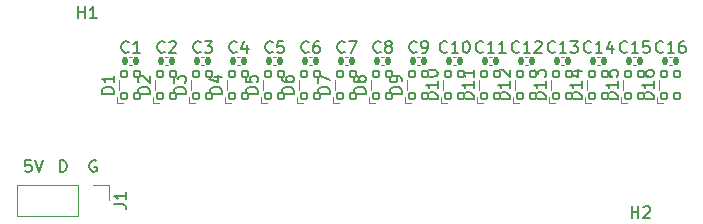
<source format=gbr>
%TF.GenerationSoftware,KiCad,Pcbnew,(7.99.0-267-g8440d7258b)*%
%TF.CreationDate,2023-05-06T01:24:52-07:00*%
%TF.ProjectId,1_2og_lightbar,315f326f-675f-46c6-9967-68746261722e,rev?*%
%TF.SameCoordinates,Original*%
%TF.FileFunction,Legend,Top*%
%TF.FilePolarity,Positive*%
%FSLAX46Y46*%
G04 Gerber Fmt 4.6, Leading zero omitted, Abs format (unit mm)*
G04 Created by KiCad (PCBNEW (7.99.0-267-g8440d7258b)) date 2023-05-06 01:24:52*
%MOMM*%
%LPD*%
G01*
G04 APERTURE LIST*
G04 Aperture macros list*
%AMRoundRect*
0 Rectangle with rounded corners*
0 $1 Rounding radius*
0 $2 $3 $4 $5 $6 $7 $8 $9 X,Y pos of 4 corners*
0 Add a 4 corners polygon primitive as box body*
4,1,4,$2,$3,$4,$5,$6,$7,$8,$9,$2,$3,0*
0 Add four circle primitives for the rounded corners*
1,1,$1+$1,$2,$3*
1,1,$1+$1,$4,$5*
1,1,$1+$1,$6,$7*
1,1,$1+$1,$8,$9*
0 Add four rect primitives between the rounded corners*
20,1,$1+$1,$2,$3,$4,$5,0*
20,1,$1+$1,$4,$5,$6,$7,0*
20,1,$1+$1,$6,$7,$8,$9,0*
20,1,$1+$1,$8,$9,$2,$3,0*%
G04 Aperture macros list end*
%ADD10C,0.200000*%
%ADD11C,0.150000*%
%ADD12C,0.120000*%
%ADD13RoundRect,0.140000X-0.140000X-0.170000X0.140000X-0.170000X0.140000X0.170000X-0.140000X0.170000X0*%
%ADD14RoundRect,0.105000X0.245000X-0.245000X0.245000X0.245000X-0.245000X0.245000X-0.245000X-0.245000X0*%
%ADD15C,3.600000*%
%ADD16C,5.600000*%
%ADD17R,1.700000X1.700000*%
%ADD18O,1.700000X1.700000*%
G04 APERTURE END LIST*
D10*
X27304904Y-30167238D02*
X27209666Y-30119619D01*
X27209666Y-30119619D02*
X27066809Y-30119619D01*
X27066809Y-30119619D02*
X26923952Y-30167238D01*
X26923952Y-30167238D02*
X26828714Y-30262476D01*
X26828714Y-30262476D02*
X26781095Y-30357714D01*
X26781095Y-30357714D02*
X26733476Y-30548190D01*
X26733476Y-30548190D02*
X26733476Y-30691047D01*
X26733476Y-30691047D02*
X26781095Y-30881523D01*
X26781095Y-30881523D02*
X26828714Y-30976761D01*
X26828714Y-30976761D02*
X26923952Y-31072000D01*
X26923952Y-31072000D02*
X27066809Y-31119619D01*
X27066809Y-31119619D02*
X27162047Y-31119619D01*
X27162047Y-31119619D02*
X27304904Y-31072000D01*
X27304904Y-31072000D02*
X27352523Y-31024380D01*
X27352523Y-31024380D02*
X27352523Y-30691047D01*
X27352523Y-30691047D02*
X27162047Y-30691047D01*
X24241095Y-31119619D02*
X24241095Y-30119619D01*
X24241095Y-30119619D02*
X24479190Y-30119619D01*
X24479190Y-30119619D02*
X24622047Y-30167238D01*
X24622047Y-30167238D02*
X24717285Y-30262476D01*
X24717285Y-30262476D02*
X24764904Y-30357714D01*
X24764904Y-30357714D02*
X24812523Y-30548190D01*
X24812523Y-30548190D02*
X24812523Y-30691047D01*
X24812523Y-30691047D02*
X24764904Y-30881523D01*
X24764904Y-30881523D02*
X24717285Y-30976761D01*
X24717285Y-30976761D02*
X24622047Y-31072000D01*
X24622047Y-31072000D02*
X24479190Y-31119619D01*
X24479190Y-31119619D02*
X24241095Y-31119619D01*
X21796285Y-30119619D02*
X21320095Y-30119619D01*
X21320095Y-30119619D02*
X21272476Y-30595809D01*
X21272476Y-30595809D02*
X21320095Y-30548190D01*
X21320095Y-30548190D02*
X21415333Y-30500571D01*
X21415333Y-30500571D02*
X21653428Y-30500571D01*
X21653428Y-30500571D02*
X21748666Y-30548190D01*
X21748666Y-30548190D02*
X21796285Y-30595809D01*
X21796285Y-30595809D02*
X21843904Y-30691047D01*
X21843904Y-30691047D02*
X21843904Y-30929142D01*
X21843904Y-30929142D02*
X21796285Y-31024380D01*
X21796285Y-31024380D02*
X21748666Y-31072000D01*
X21748666Y-31072000D02*
X21653428Y-31119619D01*
X21653428Y-31119619D02*
X21415333Y-31119619D01*
X21415333Y-31119619D02*
X21320095Y-31072000D01*
X21320095Y-31072000D02*
X21272476Y-31024380D01*
X22129619Y-30119619D02*
X22462952Y-31119619D01*
X22462952Y-31119619D02*
X22796285Y-30119619D01*
D11*
%TO.C,C14*%
X69207142Y-20949380D02*
X69159523Y-20997000D01*
X69159523Y-20997000D02*
X69016666Y-21044619D01*
X69016666Y-21044619D02*
X68921428Y-21044619D01*
X68921428Y-21044619D02*
X68778571Y-20997000D01*
X68778571Y-20997000D02*
X68683333Y-20901761D01*
X68683333Y-20901761D02*
X68635714Y-20806523D01*
X68635714Y-20806523D02*
X68588095Y-20616047D01*
X68588095Y-20616047D02*
X68588095Y-20473190D01*
X68588095Y-20473190D02*
X68635714Y-20282714D01*
X68635714Y-20282714D02*
X68683333Y-20187476D01*
X68683333Y-20187476D02*
X68778571Y-20092238D01*
X68778571Y-20092238D02*
X68921428Y-20044619D01*
X68921428Y-20044619D02*
X69016666Y-20044619D01*
X69016666Y-20044619D02*
X69159523Y-20092238D01*
X69159523Y-20092238D02*
X69207142Y-20139857D01*
X70159523Y-21044619D02*
X69588095Y-21044619D01*
X69873809Y-21044619D02*
X69873809Y-20044619D01*
X69873809Y-20044619D02*
X69778571Y-20187476D01*
X69778571Y-20187476D02*
X69683333Y-20282714D01*
X69683333Y-20282714D02*
X69588095Y-20330333D01*
X71016666Y-20377952D02*
X71016666Y-21044619D01*
X70778571Y-19997000D02*
X70540476Y-20711285D01*
X70540476Y-20711285D02*
X71159523Y-20711285D01*
%TO.C,C11*%
X60063142Y-20949380D02*
X60015523Y-20997000D01*
X60015523Y-20997000D02*
X59872666Y-21044619D01*
X59872666Y-21044619D02*
X59777428Y-21044619D01*
X59777428Y-21044619D02*
X59634571Y-20997000D01*
X59634571Y-20997000D02*
X59539333Y-20901761D01*
X59539333Y-20901761D02*
X59491714Y-20806523D01*
X59491714Y-20806523D02*
X59444095Y-20616047D01*
X59444095Y-20616047D02*
X59444095Y-20473190D01*
X59444095Y-20473190D02*
X59491714Y-20282714D01*
X59491714Y-20282714D02*
X59539333Y-20187476D01*
X59539333Y-20187476D02*
X59634571Y-20092238D01*
X59634571Y-20092238D02*
X59777428Y-20044619D01*
X59777428Y-20044619D02*
X59872666Y-20044619D01*
X59872666Y-20044619D02*
X60015523Y-20092238D01*
X60015523Y-20092238D02*
X60063142Y-20139857D01*
X61015523Y-21044619D02*
X60444095Y-21044619D01*
X60729809Y-21044619D02*
X60729809Y-20044619D01*
X60729809Y-20044619D02*
X60634571Y-20187476D01*
X60634571Y-20187476D02*
X60539333Y-20282714D01*
X60539333Y-20282714D02*
X60444095Y-20330333D01*
X61967904Y-21044619D02*
X61396476Y-21044619D01*
X61682190Y-21044619D02*
X61682190Y-20044619D01*
X61682190Y-20044619D02*
X61586952Y-20187476D01*
X61586952Y-20187476D02*
X61491714Y-20282714D01*
X61491714Y-20282714D02*
X61396476Y-20330333D01*
%TO.C,D3*%
X34884619Y-24487094D02*
X33884619Y-24487094D01*
X33884619Y-24487094D02*
X33884619Y-24248999D01*
X33884619Y-24248999D02*
X33932238Y-24106142D01*
X33932238Y-24106142D02*
X34027476Y-24010904D01*
X34027476Y-24010904D02*
X34122714Y-23963285D01*
X34122714Y-23963285D02*
X34313190Y-23915666D01*
X34313190Y-23915666D02*
X34456047Y-23915666D01*
X34456047Y-23915666D02*
X34646523Y-23963285D01*
X34646523Y-23963285D02*
X34741761Y-24010904D01*
X34741761Y-24010904D02*
X34837000Y-24106142D01*
X34837000Y-24106142D02*
X34884619Y-24248999D01*
X34884619Y-24248999D02*
X34884619Y-24487094D01*
X33884619Y-23582332D02*
X33884619Y-22963285D01*
X33884619Y-22963285D02*
X34265571Y-23296618D01*
X34265571Y-23296618D02*
X34265571Y-23153761D01*
X34265571Y-23153761D02*
X34313190Y-23058523D01*
X34313190Y-23058523D02*
X34360809Y-23010904D01*
X34360809Y-23010904D02*
X34456047Y-22963285D01*
X34456047Y-22963285D02*
X34694142Y-22963285D01*
X34694142Y-22963285D02*
X34789380Y-23010904D01*
X34789380Y-23010904D02*
X34837000Y-23058523D01*
X34837000Y-23058523D02*
X34884619Y-23153761D01*
X34884619Y-23153761D02*
X34884619Y-23439475D01*
X34884619Y-23439475D02*
X34837000Y-23534713D01*
X34837000Y-23534713D02*
X34789380Y-23582332D01*
%TO.C,C4*%
X39203333Y-20949380D02*
X39155714Y-20997000D01*
X39155714Y-20997000D02*
X39012857Y-21044619D01*
X39012857Y-21044619D02*
X38917619Y-21044619D01*
X38917619Y-21044619D02*
X38774762Y-20997000D01*
X38774762Y-20997000D02*
X38679524Y-20901761D01*
X38679524Y-20901761D02*
X38631905Y-20806523D01*
X38631905Y-20806523D02*
X38584286Y-20616047D01*
X38584286Y-20616047D02*
X38584286Y-20473190D01*
X38584286Y-20473190D02*
X38631905Y-20282714D01*
X38631905Y-20282714D02*
X38679524Y-20187476D01*
X38679524Y-20187476D02*
X38774762Y-20092238D01*
X38774762Y-20092238D02*
X38917619Y-20044619D01*
X38917619Y-20044619D02*
X39012857Y-20044619D01*
X39012857Y-20044619D02*
X39155714Y-20092238D01*
X39155714Y-20092238D02*
X39203333Y-20139857D01*
X40060476Y-20377952D02*
X40060476Y-21044619D01*
X39822381Y-19997000D02*
X39584286Y-20711285D01*
X39584286Y-20711285D02*
X40203333Y-20711285D01*
%TO.C,D16*%
X74508619Y-24963285D02*
X73508619Y-24963285D01*
X73508619Y-24963285D02*
X73508619Y-24725190D01*
X73508619Y-24725190D02*
X73556238Y-24582333D01*
X73556238Y-24582333D02*
X73651476Y-24487095D01*
X73651476Y-24487095D02*
X73746714Y-24439476D01*
X73746714Y-24439476D02*
X73937190Y-24391857D01*
X73937190Y-24391857D02*
X74080047Y-24391857D01*
X74080047Y-24391857D02*
X74270523Y-24439476D01*
X74270523Y-24439476D02*
X74365761Y-24487095D01*
X74365761Y-24487095D02*
X74461000Y-24582333D01*
X74461000Y-24582333D02*
X74508619Y-24725190D01*
X74508619Y-24725190D02*
X74508619Y-24963285D01*
X74508619Y-23439476D02*
X74508619Y-24010904D01*
X74508619Y-23725190D02*
X73508619Y-23725190D01*
X73508619Y-23725190D02*
X73651476Y-23820428D01*
X73651476Y-23820428D02*
X73746714Y-23915666D01*
X73746714Y-23915666D02*
X73794333Y-24010904D01*
X73508619Y-22582333D02*
X73508619Y-22772809D01*
X73508619Y-22772809D02*
X73556238Y-22868047D01*
X73556238Y-22868047D02*
X73603857Y-22915666D01*
X73603857Y-22915666D02*
X73746714Y-23010904D01*
X73746714Y-23010904D02*
X73937190Y-23058523D01*
X73937190Y-23058523D02*
X74318142Y-23058523D01*
X74318142Y-23058523D02*
X74413380Y-23010904D01*
X74413380Y-23010904D02*
X74461000Y-22963285D01*
X74461000Y-22963285D02*
X74508619Y-22868047D01*
X74508619Y-22868047D02*
X74508619Y-22677571D01*
X74508619Y-22677571D02*
X74461000Y-22582333D01*
X74461000Y-22582333D02*
X74413380Y-22534714D01*
X74413380Y-22534714D02*
X74318142Y-22487095D01*
X74318142Y-22487095D02*
X74080047Y-22487095D01*
X74080047Y-22487095D02*
X73984809Y-22534714D01*
X73984809Y-22534714D02*
X73937190Y-22582333D01*
X73937190Y-22582333D02*
X73889571Y-22677571D01*
X73889571Y-22677571D02*
X73889571Y-22868047D01*
X73889571Y-22868047D02*
X73937190Y-22963285D01*
X73937190Y-22963285D02*
X73984809Y-23010904D01*
X73984809Y-23010904D02*
X74080047Y-23058523D01*
%TO.C,H2*%
X72644095Y-35006619D02*
X72644095Y-34006619D01*
X72644095Y-34482809D02*
X73215523Y-34482809D01*
X73215523Y-35006619D02*
X73215523Y-34006619D01*
X73644095Y-34101857D02*
X73691714Y-34054238D01*
X73691714Y-34054238D02*
X73786952Y-34006619D01*
X73786952Y-34006619D02*
X74025047Y-34006619D01*
X74025047Y-34006619D02*
X74120285Y-34054238D01*
X74120285Y-34054238D02*
X74167904Y-34101857D01*
X74167904Y-34101857D02*
X74215523Y-34197095D01*
X74215523Y-34197095D02*
X74215523Y-34292333D01*
X74215523Y-34292333D02*
X74167904Y-34435190D01*
X74167904Y-34435190D02*
X73596476Y-35006619D01*
X73596476Y-35006619D02*
X74215523Y-35006619D01*
%TO.C,D11*%
X59268619Y-24963285D02*
X58268619Y-24963285D01*
X58268619Y-24963285D02*
X58268619Y-24725190D01*
X58268619Y-24725190D02*
X58316238Y-24582333D01*
X58316238Y-24582333D02*
X58411476Y-24487095D01*
X58411476Y-24487095D02*
X58506714Y-24439476D01*
X58506714Y-24439476D02*
X58697190Y-24391857D01*
X58697190Y-24391857D02*
X58840047Y-24391857D01*
X58840047Y-24391857D02*
X59030523Y-24439476D01*
X59030523Y-24439476D02*
X59125761Y-24487095D01*
X59125761Y-24487095D02*
X59221000Y-24582333D01*
X59221000Y-24582333D02*
X59268619Y-24725190D01*
X59268619Y-24725190D02*
X59268619Y-24963285D01*
X59268619Y-23439476D02*
X59268619Y-24010904D01*
X59268619Y-23725190D02*
X58268619Y-23725190D01*
X58268619Y-23725190D02*
X58411476Y-23820428D01*
X58411476Y-23820428D02*
X58506714Y-23915666D01*
X58506714Y-23915666D02*
X58554333Y-24010904D01*
X59268619Y-22487095D02*
X59268619Y-23058523D01*
X59268619Y-22772809D02*
X58268619Y-22772809D01*
X58268619Y-22772809D02*
X58411476Y-22868047D01*
X58411476Y-22868047D02*
X58506714Y-22963285D01*
X58506714Y-22963285D02*
X58554333Y-23058523D01*
%TO.C,C7*%
X48347333Y-20949380D02*
X48299714Y-20997000D01*
X48299714Y-20997000D02*
X48156857Y-21044619D01*
X48156857Y-21044619D02*
X48061619Y-21044619D01*
X48061619Y-21044619D02*
X47918762Y-20997000D01*
X47918762Y-20997000D02*
X47823524Y-20901761D01*
X47823524Y-20901761D02*
X47775905Y-20806523D01*
X47775905Y-20806523D02*
X47728286Y-20616047D01*
X47728286Y-20616047D02*
X47728286Y-20473190D01*
X47728286Y-20473190D02*
X47775905Y-20282714D01*
X47775905Y-20282714D02*
X47823524Y-20187476D01*
X47823524Y-20187476D02*
X47918762Y-20092238D01*
X47918762Y-20092238D02*
X48061619Y-20044619D01*
X48061619Y-20044619D02*
X48156857Y-20044619D01*
X48156857Y-20044619D02*
X48299714Y-20092238D01*
X48299714Y-20092238D02*
X48347333Y-20139857D01*
X48680667Y-20044619D02*
X49347333Y-20044619D01*
X49347333Y-20044619D02*
X48918762Y-21044619D01*
%TO.C,C12*%
X63111142Y-20949380D02*
X63063523Y-20997000D01*
X63063523Y-20997000D02*
X62920666Y-21044619D01*
X62920666Y-21044619D02*
X62825428Y-21044619D01*
X62825428Y-21044619D02*
X62682571Y-20997000D01*
X62682571Y-20997000D02*
X62587333Y-20901761D01*
X62587333Y-20901761D02*
X62539714Y-20806523D01*
X62539714Y-20806523D02*
X62492095Y-20616047D01*
X62492095Y-20616047D02*
X62492095Y-20473190D01*
X62492095Y-20473190D02*
X62539714Y-20282714D01*
X62539714Y-20282714D02*
X62587333Y-20187476D01*
X62587333Y-20187476D02*
X62682571Y-20092238D01*
X62682571Y-20092238D02*
X62825428Y-20044619D01*
X62825428Y-20044619D02*
X62920666Y-20044619D01*
X62920666Y-20044619D02*
X63063523Y-20092238D01*
X63063523Y-20092238D02*
X63111142Y-20139857D01*
X64063523Y-21044619D02*
X63492095Y-21044619D01*
X63777809Y-21044619D02*
X63777809Y-20044619D01*
X63777809Y-20044619D02*
X63682571Y-20187476D01*
X63682571Y-20187476D02*
X63587333Y-20282714D01*
X63587333Y-20282714D02*
X63492095Y-20330333D01*
X64444476Y-20139857D02*
X64492095Y-20092238D01*
X64492095Y-20092238D02*
X64587333Y-20044619D01*
X64587333Y-20044619D02*
X64825428Y-20044619D01*
X64825428Y-20044619D02*
X64920666Y-20092238D01*
X64920666Y-20092238D02*
X64968285Y-20139857D01*
X64968285Y-20139857D02*
X65015904Y-20235095D01*
X65015904Y-20235095D02*
X65015904Y-20330333D01*
X65015904Y-20330333D02*
X64968285Y-20473190D01*
X64968285Y-20473190D02*
X64396857Y-21044619D01*
X64396857Y-21044619D02*
X65015904Y-21044619D01*
%TO.C,D4*%
X37932619Y-24487094D02*
X36932619Y-24487094D01*
X36932619Y-24487094D02*
X36932619Y-24248999D01*
X36932619Y-24248999D02*
X36980238Y-24106142D01*
X36980238Y-24106142D02*
X37075476Y-24010904D01*
X37075476Y-24010904D02*
X37170714Y-23963285D01*
X37170714Y-23963285D02*
X37361190Y-23915666D01*
X37361190Y-23915666D02*
X37504047Y-23915666D01*
X37504047Y-23915666D02*
X37694523Y-23963285D01*
X37694523Y-23963285D02*
X37789761Y-24010904D01*
X37789761Y-24010904D02*
X37885000Y-24106142D01*
X37885000Y-24106142D02*
X37932619Y-24248999D01*
X37932619Y-24248999D02*
X37932619Y-24487094D01*
X37265952Y-23058523D02*
X37932619Y-23058523D01*
X36885000Y-23296618D02*
X37599285Y-23534713D01*
X37599285Y-23534713D02*
X37599285Y-22915666D01*
%TO.C,C1*%
X30059333Y-20949380D02*
X30011714Y-20997000D01*
X30011714Y-20997000D02*
X29868857Y-21044619D01*
X29868857Y-21044619D02*
X29773619Y-21044619D01*
X29773619Y-21044619D02*
X29630762Y-20997000D01*
X29630762Y-20997000D02*
X29535524Y-20901761D01*
X29535524Y-20901761D02*
X29487905Y-20806523D01*
X29487905Y-20806523D02*
X29440286Y-20616047D01*
X29440286Y-20616047D02*
X29440286Y-20473190D01*
X29440286Y-20473190D02*
X29487905Y-20282714D01*
X29487905Y-20282714D02*
X29535524Y-20187476D01*
X29535524Y-20187476D02*
X29630762Y-20092238D01*
X29630762Y-20092238D02*
X29773619Y-20044619D01*
X29773619Y-20044619D02*
X29868857Y-20044619D01*
X29868857Y-20044619D02*
X30011714Y-20092238D01*
X30011714Y-20092238D02*
X30059333Y-20139857D01*
X31011714Y-21044619D02*
X30440286Y-21044619D01*
X30726000Y-21044619D02*
X30726000Y-20044619D01*
X30726000Y-20044619D02*
X30630762Y-20187476D01*
X30630762Y-20187476D02*
X30535524Y-20282714D01*
X30535524Y-20282714D02*
X30440286Y-20330333D01*
%TO.C,C9*%
X54443333Y-20949380D02*
X54395714Y-20997000D01*
X54395714Y-20997000D02*
X54252857Y-21044619D01*
X54252857Y-21044619D02*
X54157619Y-21044619D01*
X54157619Y-21044619D02*
X54014762Y-20997000D01*
X54014762Y-20997000D02*
X53919524Y-20901761D01*
X53919524Y-20901761D02*
X53871905Y-20806523D01*
X53871905Y-20806523D02*
X53824286Y-20616047D01*
X53824286Y-20616047D02*
X53824286Y-20473190D01*
X53824286Y-20473190D02*
X53871905Y-20282714D01*
X53871905Y-20282714D02*
X53919524Y-20187476D01*
X53919524Y-20187476D02*
X54014762Y-20092238D01*
X54014762Y-20092238D02*
X54157619Y-20044619D01*
X54157619Y-20044619D02*
X54252857Y-20044619D01*
X54252857Y-20044619D02*
X54395714Y-20092238D01*
X54395714Y-20092238D02*
X54443333Y-20139857D01*
X54919524Y-21044619D02*
X55110000Y-21044619D01*
X55110000Y-21044619D02*
X55205238Y-20997000D01*
X55205238Y-20997000D02*
X55252857Y-20949380D01*
X55252857Y-20949380D02*
X55348095Y-20806523D01*
X55348095Y-20806523D02*
X55395714Y-20616047D01*
X55395714Y-20616047D02*
X55395714Y-20235095D01*
X55395714Y-20235095D02*
X55348095Y-20139857D01*
X55348095Y-20139857D02*
X55300476Y-20092238D01*
X55300476Y-20092238D02*
X55205238Y-20044619D01*
X55205238Y-20044619D02*
X55014762Y-20044619D01*
X55014762Y-20044619D02*
X54919524Y-20092238D01*
X54919524Y-20092238D02*
X54871905Y-20139857D01*
X54871905Y-20139857D02*
X54824286Y-20235095D01*
X54824286Y-20235095D02*
X54824286Y-20473190D01*
X54824286Y-20473190D02*
X54871905Y-20568428D01*
X54871905Y-20568428D02*
X54919524Y-20616047D01*
X54919524Y-20616047D02*
X55014762Y-20663666D01*
X55014762Y-20663666D02*
X55205238Y-20663666D01*
X55205238Y-20663666D02*
X55300476Y-20616047D01*
X55300476Y-20616047D02*
X55348095Y-20568428D01*
X55348095Y-20568428D02*
X55395714Y-20473190D01*
%TO.C,C10*%
X57015142Y-20949380D02*
X56967523Y-20997000D01*
X56967523Y-20997000D02*
X56824666Y-21044619D01*
X56824666Y-21044619D02*
X56729428Y-21044619D01*
X56729428Y-21044619D02*
X56586571Y-20997000D01*
X56586571Y-20997000D02*
X56491333Y-20901761D01*
X56491333Y-20901761D02*
X56443714Y-20806523D01*
X56443714Y-20806523D02*
X56396095Y-20616047D01*
X56396095Y-20616047D02*
X56396095Y-20473190D01*
X56396095Y-20473190D02*
X56443714Y-20282714D01*
X56443714Y-20282714D02*
X56491333Y-20187476D01*
X56491333Y-20187476D02*
X56586571Y-20092238D01*
X56586571Y-20092238D02*
X56729428Y-20044619D01*
X56729428Y-20044619D02*
X56824666Y-20044619D01*
X56824666Y-20044619D02*
X56967523Y-20092238D01*
X56967523Y-20092238D02*
X57015142Y-20139857D01*
X57967523Y-21044619D02*
X57396095Y-21044619D01*
X57681809Y-21044619D02*
X57681809Y-20044619D01*
X57681809Y-20044619D02*
X57586571Y-20187476D01*
X57586571Y-20187476D02*
X57491333Y-20282714D01*
X57491333Y-20282714D02*
X57396095Y-20330333D01*
X58586571Y-20044619D02*
X58681809Y-20044619D01*
X58681809Y-20044619D02*
X58777047Y-20092238D01*
X58777047Y-20092238D02*
X58824666Y-20139857D01*
X58824666Y-20139857D02*
X58872285Y-20235095D01*
X58872285Y-20235095D02*
X58919904Y-20425571D01*
X58919904Y-20425571D02*
X58919904Y-20663666D01*
X58919904Y-20663666D02*
X58872285Y-20854142D01*
X58872285Y-20854142D02*
X58824666Y-20949380D01*
X58824666Y-20949380D02*
X58777047Y-20997000D01*
X58777047Y-20997000D02*
X58681809Y-21044619D01*
X58681809Y-21044619D02*
X58586571Y-21044619D01*
X58586571Y-21044619D02*
X58491333Y-20997000D01*
X58491333Y-20997000D02*
X58443714Y-20949380D01*
X58443714Y-20949380D02*
X58396095Y-20854142D01*
X58396095Y-20854142D02*
X58348476Y-20663666D01*
X58348476Y-20663666D02*
X58348476Y-20425571D01*
X58348476Y-20425571D02*
X58396095Y-20235095D01*
X58396095Y-20235095D02*
X58443714Y-20139857D01*
X58443714Y-20139857D02*
X58491333Y-20092238D01*
X58491333Y-20092238D02*
X58586571Y-20044619D01*
%TO.C,D6*%
X44028619Y-24487094D02*
X43028619Y-24487094D01*
X43028619Y-24487094D02*
X43028619Y-24248999D01*
X43028619Y-24248999D02*
X43076238Y-24106142D01*
X43076238Y-24106142D02*
X43171476Y-24010904D01*
X43171476Y-24010904D02*
X43266714Y-23963285D01*
X43266714Y-23963285D02*
X43457190Y-23915666D01*
X43457190Y-23915666D02*
X43600047Y-23915666D01*
X43600047Y-23915666D02*
X43790523Y-23963285D01*
X43790523Y-23963285D02*
X43885761Y-24010904D01*
X43885761Y-24010904D02*
X43981000Y-24106142D01*
X43981000Y-24106142D02*
X44028619Y-24248999D01*
X44028619Y-24248999D02*
X44028619Y-24487094D01*
X43028619Y-23058523D02*
X43028619Y-23248999D01*
X43028619Y-23248999D02*
X43076238Y-23344237D01*
X43076238Y-23344237D02*
X43123857Y-23391856D01*
X43123857Y-23391856D02*
X43266714Y-23487094D01*
X43266714Y-23487094D02*
X43457190Y-23534713D01*
X43457190Y-23534713D02*
X43838142Y-23534713D01*
X43838142Y-23534713D02*
X43933380Y-23487094D01*
X43933380Y-23487094D02*
X43981000Y-23439475D01*
X43981000Y-23439475D02*
X44028619Y-23344237D01*
X44028619Y-23344237D02*
X44028619Y-23153761D01*
X44028619Y-23153761D02*
X43981000Y-23058523D01*
X43981000Y-23058523D02*
X43933380Y-23010904D01*
X43933380Y-23010904D02*
X43838142Y-22963285D01*
X43838142Y-22963285D02*
X43600047Y-22963285D01*
X43600047Y-22963285D02*
X43504809Y-23010904D01*
X43504809Y-23010904D02*
X43457190Y-23058523D01*
X43457190Y-23058523D02*
X43409571Y-23153761D01*
X43409571Y-23153761D02*
X43409571Y-23344237D01*
X43409571Y-23344237D02*
X43457190Y-23439475D01*
X43457190Y-23439475D02*
X43504809Y-23487094D01*
X43504809Y-23487094D02*
X43600047Y-23534713D01*
%TO.C,C16*%
X75303142Y-20949380D02*
X75255523Y-20997000D01*
X75255523Y-20997000D02*
X75112666Y-21044619D01*
X75112666Y-21044619D02*
X75017428Y-21044619D01*
X75017428Y-21044619D02*
X74874571Y-20997000D01*
X74874571Y-20997000D02*
X74779333Y-20901761D01*
X74779333Y-20901761D02*
X74731714Y-20806523D01*
X74731714Y-20806523D02*
X74684095Y-20616047D01*
X74684095Y-20616047D02*
X74684095Y-20473190D01*
X74684095Y-20473190D02*
X74731714Y-20282714D01*
X74731714Y-20282714D02*
X74779333Y-20187476D01*
X74779333Y-20187476D02*
X74874571Y-20092238D01*
X74874571Y-20092238D02*
X75017428Y-20044619D01*
X75017428Y-20044619D02*
X75112666Y-20044619D01*
X75112666Y-20044619D02*
X75255523Y-20092238D01*
X75255523Y-20092238D02*
X75303142Y-20139857D01*
X76255523Y-21044619D02*
X75684095Y-21044619D01*
X75969809Y-21044619D02*
X75969809Y-20044619D01*
X75969809Y-20044619D02*
X75874571Y-20187476D01*
X75874571Y-20187476D02*
X75779333Y-20282714D01*
X75779333Y-20282714D02*
X75684095Y-20330333D01*
X77112666Y-20044619D02*
X76922190Y-20044619D01*
X76922190Y-20044619D02*
X76826952Y-20092238D01*
X76826952Y-20092238D02*
X76779333Y-20139857D01*
X76779333Y-20139857D02*
X76684095Y-20282714D01*
X76684095Y-20282714D02*
X76636476Y-20473190D01*
X76636476Y-20473190D02*
X76636476Y-20854142D01*
X76636476Y-20854142D02*
X76684095Y-20949380D01*
X76684095Y-20949380D02*
X76731714Y-20997000D01*
X76731714Y-20997000D02*
X76826952Y-21044619D01*
X76826952Y-21044619D02*
X77017428Y-21044619D01*
X77017428Y-21044619D02*
X77112666Y-20997000D01*
X77112666Y-20997000D02*
X77160285Y-20949380D01*
X77160285Y-20949380D02*
X77207904Y-20854142D01*
X77207904Y-20854142D02*
X77207904Y-20616047D01*
X77207904Y-20616047D02*
X77160285Y-20520809D01*
X77160285Y-20520809D02*
X77112666Y-20473190D01*
X77112666Y-20473190D02*
X77017428Y-20425571D01*
X77017428Y-20425571D02*
X76826952Y-20425571D01*
X76826952Y-20425571D02*
X76731714Y-20473190D01*
X76731714Y-20473190D02*
X76684095Y-20520809D01*
X76684095Y-20520809D02*
X76636476Y-20616047D01*
%TO.C,D12*%
X62316619Y-24963285D02*
X61316619Y-24963285D01*
X61316619Y-24963285D02*
X61316619Y-24725190D01*
X61316619Y-24725190D02*
X61364238Y-24582333D01*
X61364238Y-24582333D02*
X61459476Y-24487095D01*
X61459476Y-24487095D02*
X61554714Y-24439476D01*
X61554714Y-24439476D02*
X61745190Y-24391857D01*
X61745190Y-24391857D02*
X61888047Y-24391857D01*
X61888047Y-24391857D02*
X62078523Y-24439476D01*
X62078523Y-24439476D02*
X62173761Y-24487095D01*
X62173761Y-24487095D02*
X62269000Y-24582333D01*
X62269000Y-24582333D02*
X62316619Y-24725190D01*
X62316619Y-24725190D02*
X62316619Y-24963285D01*
X62316619Y-23439476D02*
X62316619Y-24010904D01*
X62316619Y-23725190D02*
X61316619Y-23725190D01*
X61316619Y-23725190D02*
X61459476Y-23820428D01*
X61459476Y-23820428D02*
X61554714Y-23915666D01*
X61554714Y-23915666D02*
X61602333Y-24010904D01*
X61411857Y-23058523D02*
X61364238Y-23010904D01*
X61364238Y-23010904D02*
X61316619Y-22915666D01*
X61316619Y-22915666D02*
X61316619Y-22677571D01*
X61316619Y-22677571D02*
X61364238Y-22582333D01*
X61364238Y-22582333D02*
X61411857Y-22534714D01*
X61411857Y-22534714D02*
X61507095Y-22487095D01*
X61507095Y-22487095D02*
X61602333Y-22487095D01*
X61602333Y-22487095D02*
X61745190Y-22534714D01*
X61745190Y-22534714D02*
X62316619Y-23106142D01*
X62316619Y-23106142D02*
X62316619Y-22487095D01*
%TO.C,D10*%
X56220619Y-24963285D02*
X55220619Y-24963285D01*
X55220619Y-24963285D02*
X55220619Y-24725190D01*
X55220619Y-24725190D02*
X55268238Y-24582333D01*
X55268238Y-24582333D02*
X55363476Y-24487095D01*
X55363476Y-24487095D02*
X55458714Y-24439476D01*
X55458714Y-24439476D02*
X55649190Y-24391857D01*
X55649190Y-24391857D02*
X55792047Y-24391857D01*
X55792047Y-24391857D02*
X55982523Y-24439476D01*
X55982523Y-24439476D02*
X56077761Y-24487095D01*
X56077761Y-24487095D02*
X56173000Y-24582333D01*
X56173000Y-24582333D02*
X56220619Y-24725190D01*
X56220619Y-24725190D02*
X56220619Y-24963285D01*
X56220619Y-23439476D02*
X56220619Y-24010904D01*
X56220619Y-23725190D02*
X55220619Y-23725190D01*
X55220619Y-23725190D02*
X55363476Y-23820428D01*
X55363476Y-23820428D02*
X55458714Y-23915666D01*
X55458714Y-23915666D02*
X55506333Y-24010904D01*
X55220619Y-22820428D02*
X55220619Y-22725190D01*
X55220619Y-22725190D02*
X55268238Y-22629952D01*
X55268238Y-22629952D02*
X55315857Y-22582333D01*
X55315857Y-22582333D02*
X55411095Y-22534714D01*
X55411095Y-22534714D02*
X55601571Y-22487095D01*
X55601571Y-22487095D02*
X55839666Y-22487095D01*
X55839666Y-22487095D02*
X56030142Y-22534714D01*
X56030142Y-22534714D02*
X56125380Y-22582333D01*
X56125380Y-22582333D02*
X56173000Y-22629952D01*
X56173000Y-22629952D02*
X56220619Y-22725190D01*
X56220619Y-22725190D02*
X56220619Y-22820428D01*
X56220619Y-22820428D02*
X56173000Y-22915666D01*
X56173000Y-22915666D02*
X56125380Y-22963285D01*
X56125380Y-22963285D02*
X56030142Y-23010904D01*
X56030142Y-23010904D02*
X55839666Y-23058523D01*
X55839666Y-23058523D02*
X55601571Y-23058523D01*
X55601571Y-23058523D02*
X55411095Y-23010904D01*
X55411095Y-23010904D02*
X55315857Y-22963285D01*
X55315857Y-22963285D02*
X55268238Y-22915666D01*
X55268238Y-22915666D02*
X55220619Y-22820428D01*
%TO.C,D14*%
X68412619Y-24963285D02*
X67412619Y-24963285D01*
X67412619Y-24963285D02*
X67412619Y-24725190D01*
X67412619Y-24725190D02*
X67460238Y-24582333D01*
X67460238Y-24582333D02*
X67555476Y-24487095D01*
X67555476Y-24487095D02*
X67650714Y-24439476D01*
X67650714Y-24439476D02*
X67841190Y-24391857D01*
X67841190Y-24391857D02*
X67984047Y-24391857D01*
X67984047Y-24391857D02*
X68174523Y-24439476D01*
X68174523Y-24439476D02*
X68269761Y-24487095D01*
X68269761Y-24487095D02*
X68365000Y-24582333D01*
X68365000Y-24582333D02*
X68412619Y-24725190D01*
X68412619Y-24725190D02*
X68412619Y-24963285D01*
X68412619Y-23439476D02*
X68412619Y-24010904D01*
X68412619Y-23725190D02*
X67412619Y-23725190D01*
X67412619Y-23725190D02*
X67555476Y-23820428D01*
X67555476Y-23820428D02*
X67650714Y-23915666D01*
X67650714Y-23915666D02*
X67698333Y-24010904D01*
X67745952Y-22582333D02*
X68412619Y-22582333D01*
X67365000Y-22820428D02*
X68079285Y-23058523D01*
X68079285Y-23058523D02*
X68079285Y-22439476D01*
%TO.C,C2*%
X33107333Y-20949380D02*
X33059714Y-20997000D01*
X33059714Y-20997000D02*
X32916857Y-21044619D01*
X32916857Y-21044619D02*
X32821619Y-21044619D01*
X32821619Y-21044619D02*
X32678762Y-20997000D01*
X32678762Y-20997000D02*
X32583524Y-20901761D01*
X32583524Y-20901761D02*
X32535905Y-20806523D01*
X32535905Y-20806523D02*
X32488286Y-20616047D01*
X32488286Y-20616047D02*
X32488286Y-20473190D01*
X32488286Y-20473190D02*
X32535905Y-20282714D01*
X32535905Y-20282714D02*
X32583524Y-20187476D01*
X32583524Y-20187476D02*
X32678762Y-20092238D01*
X32678762Y-20092238D02*
X32821619Y-20044619D01*
X32821619Y-20044619D02*
X32916857Y-20044619D01*
X32916857Y-20044619D02*
X33059714Y-20092238D01*
X33059714Y-20092238D02*
X33107333Y-20139857D01*
X33488286Y-20139857D02*
X33535905Y-20092238D01*
X33535905Y-20092238D02*
X33631143Y-20044619D01*
X33631143Y-20044619D02*
X33869238Y-20044619D01*
X33869238Y-20044619D02*
X33964476Y-20092238D01*
X33964476Y-20092238D02*
X34012095Y-20139857D01*
X34012095Y-20139857D02*
X34059714Y-20235095D01*
X34059714Y-20235095D02*
X34059714Y-20330333D01*
X34059714Y-20330333D02*
X34012095Y-20473190D01*
X34012095Y-20473190D02*
X33440667Y-21044619D01*
X33440667Y-21044619D02*
X34059714Y-21044619D01*
%TO.C,C3*%
X36155333Y-20949380D02*
X36107714Y-20997000D01*
X36107714Y-20997000D02*
X35964857Y-21044619D01*
X35964857Y-21044619D02*
X35869619Y-21044619D01*
X35869619Y-21044619D02*
X35726762Y-20997000D01*
X35726762Y-20997000D02*
X35631524Y-20901761D01*
X35631524Y-20901761D02*
X35583905Y-20806523D01*
X35583905Y-20806523D02*
X35536286Y-20616047D01*
X35536286Y-20616047D02*
X35536286Y-20473190D01*
X35536286Y-20473190D02*
X35583905Y-20282714D01*
X35583905Y-20282714D02*
X35631524Y-20187476D01*
X35631524Y-20187476D02*
X35726762Y-20092238D01*
X35726762Y-20092238D02*
X35869619Y-20044619D01*
X35869619Y-20044619D02*
X35964857Y-20044619D01*
X35964857Y-20044619D02*
X36107714Y-20092238D01*
X36107714Y-20092238D02*
X36155333Y-20139857D01*
X36488667Y-20044619D02*
X37107714Y-20044619D01*
X37107714Y-20044619D02*
X36774381Y-20425571D01*
X36774381Y-20425571D02*
X36917238Y-20425571D01*
X36917238Y-20425571D02*
X37012476Y-20473190D01*
X37012476Y-20473190D02*
X37060095Y-20520809D01*
X37060095Y-20520809D02*
X37107714Y-20616047D01*
X37107714Y-20616047D02*
X37107714Y-20854142D01*
X37107714Y-20854142D02*
X37060095Y-20949380D01*
X37060095Y-20949380D02*
X37012476Y-20997000D01*
X37012476Y-20997000D02*
X36917238Y-21044619D01*
X36917238Y-21044619D02*
X36631524Y-21044619D01*
X36631524Y-21044619D02*
X36536286Y-20997000D01*
X36536286Y-20997000D02*
X36488667Y-20949380D01*
%TO.C,D1*%
X28788619Y-24487094D02*
X27788619Y-24487094D01*
X27788619Y-24487094D02*
X27788619Y-24248999D01*
X27788619Y-24248999D02*
X27836238Y-24106142D01*
X27836238Y-24106142D02*
X27931476Y-24010904D01*
X27931476Y-24010904D02*
X28026714Y-23963285D01*
X28026714Y-23963285D02*
X28217190Y-23915666D01*
X28217190Y-23915666D02*
X28360047Y-23915666D01*
X28360047Y-23915666D02*
X28550523Y-23963285D01*
X28550523Y-23963285D02*
X28645761Y-24010904D01*
X28645761Y-24010904D02*
X28741000Y-24106142D01*
X28741000Y-24106142D02*
X28788619Y-24248999D01*
X28788619Y-24248999D02*
X28788619Y-24487094D01*
X28788619Y-22963285D02*
X28788619Y-23534713D01*
X28788619Y-23248999D02*
X27788619Y-23248999D01*
X27788619Y-23248999D02*
X27931476Y-23344237D01*
X27931476Y-23344237D02*
X28026714Y-23439475D01*
X28026714Y-23439475D02*
X28074333Y-23534713D01*
%TO.C,J1*%
X28843619Y-33861333D02*
X29557904Y-33861333D01*
X29557904Y-33861333D02*
X29700761Y-33908952D01*
X29700761Y-33908952D02*
X29796000Y-34004190D01*
X29796000Y-34004190D02*
X29843619Y-34147047D01*
X29843619Y-34147047D02*
X29843619Y-34242285D01*
X29843619Y-32861333D02*
X29843619Y-33432761D01*
X29843619Y-33147047D02*
X28843619Y-33147047D01*
X28843619Y-33147047D02*
X28986476Y-33242285D01*
X28986476Y-33242285D02*
X29081714Y-33337523D01*
X29081714Y-33337523D02*
X29129333Y-33432761D01*
%TO.C,C8*%
X51395333Y-20949380D02*
X51347714Y-20997000D01*
X51347714Y-20997000D02*
X51204857Y-21044619D01*
X51204857Y-21044619D02*
X51109619Y-21044619D01*
X51109619Y-21044619D02*
X50966762Y-20997000D01*
X50966762Y-20997000D02*
X50871524Y-20901761D01*
X50871524Y-20901761D02*
X50823905Y-20806523D01*
X50823905Y-20806523D02*
X50776286Y-20616047D01*
X50776286Y-20616047D02*
X50776286Y-20473190D01*
X50776286Y-20473190D02*
X50823905Y-20282714D01*
X50823905Y-20282714D02*
X50871524Y-20187476D01*
X50871524Y-20187476D02*
X50966762Y-20092238D01*
X50966762Y-20092238D02*
X51109619Y-20044619D01*
X51109619Y-20044619D02*
X51204857Y-20044619D01*
X51204857Y-20044619D02*
X51347714Y-20092238D01*
X51347714Y-20092238D02*
X51395333Y-20139857D01*
X51966762Y-20473190D02*
X51871524Y-20425571D01*
X51871524Y-20425571D02*
X51823905Y-20377952D01*
X51823905Y-20377952D02*
X51776286Y-20282714D01*
X51776286Y-20282714D02*
X51776286Y-20235095D01*
X51776286Y-20235095D02*
X51823905Y-20139857D01*
X51823905Y-20139857D02*
X51871524Y-20092238D01*
X51871524Y-20092238D02*
X51966762Y-20044619D01*
X51966762Y-20044619D02*
X52157238Y-20044619D01*
X52157238Y-20044619D02*
X52252476Y-20092238D01*
X52252476Y-20092238D02*
X52300095Y-20139857D01*
X52300095Y-20139857D02*
X52347714Y-20235095D01*
X52347714Y-20235095D02*
X52347714Y-20282714D01*
X52347714Y-20282714D02*
X52300095Y-20377952D01*
X52300095Y-20377952D02*
X52252476Y-20425571D01*
X52252476Y-20425571D02*
X52157238Y-20473190D01*
X52157238Y-20473190D02*
X51966762Y-20473190D01*
X51966762Y-20473190D02*
X51871524Y-20520809D01*
X51871524Y-20520809D02*
X51823905Y-20568428D01*
X51823905Y-20568428D02*
X51776286Y-20663666D01*
X51776286Y-20663666D02*
X51776286Y-20854142D01*
X51776286Y-20854142D02*
X51823905Y-20949380D01*
X51823905Y-20949380D02*
X51871524Y-20997000D01*
X51871524Y-20997000D02*
X51966762Y-21044619D01*
X51966762Y-21044619D02*
X52157238Y-21044619D01*
X52157238Y-21044619D02*
X52252476Y-20997000D01*
X52252476Y-20997000D02*
X52300095Y-20949380D01*
X52300095Y-20949380D02*
X52347714Y-20854142D01*
X52347714Y-20854142D02*
X52347714Y-20663666D01*
X52347714Y-20663666D02*
X52300095Y-20568428D01*
X52300095Y-20568428D02*
X52252476Y-20520809D01*
X52252476Y-20520809D02*
X52157238Y-20473190D01*
%TO.C,D9*%
X53172619Y-24487094D02*
X52172619Y-24487094D01*
X52172619Y-24487094D02*
X52172619Y-24248999D01*
X52172619Y-24248999D02*
X52220238Y-24106142D01*
X52220238Y-24106142D02*
X52315476Y-24010904D01*
X52315476Y-24010904D02*
X52410714Y-23963285D01*
X52410714Y-23963285D02*
X52601190Y-23915666D01*
X52601190Y-23915666D02*
X52744047Y-23915666D01*
X52744047Y-23915666D02*
X52934523Y-23963285D01*
X52934523Y-23963285D02*
X53029761Y-24010904D01*
X53029761Y-24010904D02*
X53125000Y-24106142D01*
X53125000Y-24106142D02*
X53172619Y-24248999D01*
X53172619Y-24248999D02*
X53172619Y-24487094D01*
X53172619Y-23439475D02*
X53172619Y-23248999D01*
X53172619Y-23248999D02*
X53125000Y-23153761D01*
X53125000Y-23153761D02*
X53077380Y-23106142D01*
X53077380Y-23106142D02*
X52934523Y-23010904D01*
X52934523Y-23010904D02*
X52744047Y-22963285D01*
X52744047Y-22963285D02*
X52363095Y-22963285D01*
X52363095Y-22963285D02*
X52267857Y-23010904D01*
X52267857Y-23010904D02*
X52220238Y-23058523D01*
X52220238Y-23058523D02*
X52172619Y-23153761D01*
X52172619Y-23153761D02*
X52172619Y-23344237D01*
X52172619Y-23344237D02*
X52220238Y-23439475D01*
X52220238Y-23439475D02*
X52267857Y-23487094D01*
X52267857Y-23487094D02*
X52363095Y-23534713D01*
X52363095Y-23534713D02*
X52601190Y-23534713D01*
X52601190Y-23534713D02*
X52696428Y-23487094D01*
X52696428Y-23487094D02*
X52744047Y-23439475D01*
X52744047Y-23439475D02*
X52791666Y-23344237D01*
X52791666Y-23344237D02*
X52791666Y-23153761D01*
X52791666Y-23153761D02*
X52744047Y-23058523D01*
X52744047Y-23058523D02*
X52696428Y-23010904D01*
X52696428Y-23010904D02*
X52601190Y-22963285D01*
%TO.C,D13*%
X65364619Y-24963285D02*
X64364619Y-24963285D01*
X64364619Y-24963285D02*
X64364619Y-24725190D01*
X64364619Y-24725190D02*
X64412238Y-24582333D01*
X64412238Y-24582333D02*
X64507476Y-24487095D01*
X64507476Y-24487095D02*
X64602714Y-24439476D01*
X64602714Y-24439476D02*
X64793190Y-24391857D01*
X64793190Y-24391857D02*
X64936047Y-24391857D01*
X64936047Y-24391857D02*
X65126523Y-24439476D01*
X65126523Y-24439476D02*
X65221761Y-24487095D01*
X65221761Y-24487095D02*
X65317000Y-24582333D01*
X65317000Y-24582333D02*
X65364619Y-24725190D01*
X65364619Y-24725190D02*
X65364619Y-24963285D01*
X65364619Y-23439476D02*
X65364619Y-24010904D01*
X65364619Y-23725190D02*
X64364619Y-23725190D01*
X64364619Y-23725190D02*
X64507476Y-23820428D01*
X64507476Y-23820428D02*
X64602714Y-23915666D01*
X64602714Y-23915666D02*
X64650333Y-24010904D01*
X64364619Y-23106142D02*
X64364619Y-22487095D01*
X64364619Y-22487095D02*
X64745571Y-22820428D01*
X64745571Y-22820428D02*
X64745571Y-22677571D01*
X64745571Y-22677571D02*
X64793190Y-22582333D01*
X64793190Y-22582333D02*
X64840809Y-22534714D01*
X64840809Y-22534714D02*
X64936047Y-22487095D01*
X64936047Y-22487095D02*
X65174142Y-22487095D01*
X65174142Y-22487095D02*
X65269380Y-22534714D01*
X65269380Y-22534714D02*
X65317000Y-22582333D01*
X65317000Y-22582333D02*
X65364619Y-22677571D01*
X65364619Y-22677571D02*
X65364619Y-22963285D01*
X65364619Y-22963285D02*
X65317000Y-23058523D01*
X65317000Y-23058523D02*
X65269380Y-23106142D01*
%TO.C,D2*%
X31836619Y-24487094D02*
X30836619Y-24487094D01*
X30836619Y-24487094D02*
X30836619Y-24248999D01*
X30836619Y-24248999D02*
X30884238Y-24106142D01*
X30884238Y-24106142D02*
X30979476Y-24010904D01*
X30979476Y-24010904D02*
X31074714Y-23963285D01*
X31074714Y-23963285D02*
X31265190Y-23915666D01*
X31265190Y-23915666D02*
X31408047Y-23915666D01*
X31408047Y-23915666D02*
X31598523Y-23963285D01*
X31598523Y-23963285D02*
X31693761Y-24010904D01*
X31693761Y-24010904D02*
X31789000Y-24106142D01*
X31789000Y-24106142D02*
X31836619Y-24248999D01*
X31836619Y-24248999D02*
X31836619Y-24487094D01*
X30931857Y-23534713D02*
X30884238Y-23487094D01*
X30884238Y-23487094D02*
X30836619Y-23391856D01*
X30836619Y-23391856D02*
X30836619Y-23153761D01*
X30836619Y-23153761D02*
X30884238Y-23058523D01*
X30884238Y-23058523D02*
X30931857Y-23010904D01*
X30931857Y-23010904D02*
X31027095Y-22963285D01*
X31027095Y-22963285D02*
X31122333Y-22963285D01*
X31122333Y-22963285D02*
X31265190Y-23010904D01*
X31265190Y-23010904D02*
X31836619Y-23582332D01*
X31836619Y-23582332D02*
X31836619Y-22963285D01*
%TO.C,C6*%
X45299333Y-20949380D02*
X45251714Y-20997000D01*
X45251714Y-20997000D02*
X45108857Y-21044619D01*
X45108857Y-21044619D02*
X45013619Y-21044619D01*
X45013619Y-21044619D02*
X44870762Y-20997000D01*
X44870762Y-20997000D02*
X44775524Y-20901761D01*
X44775524Y-20901761D02*
X44727905Y-20806523D01*
X44727905Y-20806523D02*
X44680286Y-20616047D01*
X44680286Y-20616047D02*
X44680286Y-20473190D01*
X44680286Y-20473190D02*
X44727905Y-20282714D01*
X44727905Y-20282714D02*
X44775524Y-20187476D01*
X44775524Y-20187476D02*
X44870762Y-20092238D01*
X44870762Y-20092238D02*
X45013619Y-20044619D01*
X45013619Y-20044619D02*
X45108857Y-20044619D01*
X45108857Y-20044619D02*
X45251714Y-20092238D01*
X45251714Y-20092238D02*
X45299333Y-20139857D01*
X46156476Y-20044619D02*
X45966000Y-20044619D01*
X45966000Y-20044619D02*
X45870762Y-20092238D01*
X45870762Y-20092238D02*
X45823143Y-20139857D01*
X45823143Y-20139857D02*
X45727905Y-20282714D01*
X45727905Y-20282714D02*
X45680286Y-20473190D01*
X45680286Y-20473190D02*
X45680286Y-20854142D01*
X45680286Y-20854142D02*
X45727905Y-20949380D01*
X45727905Y-20949380D02*
X45775524Y-20997000D01*
X45775524Y-20997000D02*
X45870762Y-21044619D01*
X45870762Y-21044619D02*
X46061238Y-21044619D01*
X46061238Y-21044619D02*
X46156476Y-20997000D01*
X46156476Y-20997000D02*
X46204095Y-20949380D01*
X46204095Y-20949380D02*
X46251714Y-20854142D01*
X46251714Y-20854142D02*
X46251714Y-20616047D01*
X46251714Y-20616047D02*
X46204095Y-20520809D01*
X46204095Y-20520809D02*
X46156476Y-20473190D01*
X46156476Y-20473190D02*
X46061238Y-20425571D01*
X46061238Y-20425571D02*
X45870762Y-20425571D01*
X45870762Y-20425571D02*
X45775524Y-20473190D01*
X45775524Y-20473190D02*
X45727905Y-20520809D01*
X45727905Y-20520809D02*
X45680286Y-20616047D01*
%TO.C,D8*%
X50124619Y-24487094D02*
X49124619Y-24487094D01*
X49124619Y-24487094D02*
X49124619Y-24248999D01*
X49124619Y-24248999D02*
X49172238Y-24106142D01*
X49172238Y-24106142D02*
X49267476Y-24010904D01*
X49267476Y-24010904D02*
X49362714Y-23963285D01*
X49362714Y-23963285D02*
X49553190Y-23915666D01*
X49553190Y-23915666D02*
X49696047Y-23915666D01*
X49696047Y-23915666D02*
X49886523Y-23963285D01*
X49886523Y-23963285D02*
X49981761Y-24010904D01*
X49981761Y-24010904D02*
X50077000Y-24106142D01*
X50077000Y-24106142D02*
X50124619Y-24248999D01*
X50124619Y-24248999D02*
X50124619Y-24487094D01*
X49553190Y-23344237D02*
X49505571Y-23439475D01*
X49505571Y-23439475D02*
X49457952Y-23487094D01*
X49457952Y-23487094D02*
X49362714Y-23534713D01*
X49362714Y-23534713D02*
X49315095Y-23534713D01*
X49315095Y-23534713D02*
X49219857Y-23487094D01*
X49219857Y-23487094D02*
X49172238Y-23439475D01*
X49172238Y-23439475D02*
X49124619Y-23344237D01*
X49124619Y-23344237D02*
X49124619Y-23153761D01*
X49124619Y-23153761D02*
X49172238Y-23058523D01*
X49172238Y-23058523D02*
X49219857Y-23010904D01*
X49219857Y-23010904D02*
X49315095Y-22963285D01*
X49315095Y-22963285D02*
X49362714Y-22963285D01*
X49362714Y-22963285D02*
X49457952Y-23010904D01*
X49457952Y-23010904D02*
X49505571Y-23058523D01*
X49505571Y-23058523D02*
X49553190Y-23153761D01*
X49553190Y-23153761D02*
X49553190Y-23344237D01*
X49553190Y-23344237D02*
X49600809Y-23439475D01*
X49600809Y-23439475D02*
X49648428Y-23487094D01*
X49648428Y-23487094D02*
X49743666Y-23534713D01*
X49743666Y-23534713D02*
X49934142Y-23534713D01*
X49934142Y-23534713D02*
X50029380Y-23487094D01*
X50029380Y-23487094D02*
X50077000Y-23439475D01*
X50077000Y-23439475D02*
X50124619Y-23344237D01*
X50124619Y-23344237D02*
X50124619Y-23153761D01*
X50124619Y-23153761D02*
X50077000Y-23058523D01*
X50077000Y-23058523D02*
X50029380Y-23010904D01*
X50029380Y-23010904D02*
X49934142Y-22963285D01*
X49934142Y-22963285D02*
X49743666Y-22963285D01*
X49743666Y-22963285D02*
X49648428Y-23010904D01*
X49648428Y-23010904D02*
X49600809Y-23058523D01*
X49600809Y-23058523D02*
X49553190Y-23153761D01*
%TO.C,C13*%
X66159142Y-20949380D02*
X66111523Y-20997000D01*
X66111523Y-20997000D02*
X65968666Y-21044619D01*
X65968666Y-21044619D02*
X65873428Y-21044619D01*
X65873428Y-21044619D02*
X65730571Y-20997000D01*
X65730571Y-20997000D02*
X65635333Y-20901761D01*
X65635333Y-20901761D02*
X65587714Y-20806523D01*
X65587714Y-20806523D02*
X65540095Y-20616047D01*
X65540095Y-20616047D02*
X65540095Y-20473190D01*
X65540095Y-20473190D02*
X65587714Y-20282714D01*
X65587714Y-20282714D02*
X65635333Y-20187476D01*
X65635333Y-20187476D02*
X65730571Y-20092238D01*
X65730571Y-20092238D02*
X65873428Y-20044619D01*
X65873428Y-20044619D02*
X65968666Y-20044619D01*
X65968666Y-20044619D02*
X66111523Y-20092238D01*
X66111523Y-20092238D02*
X66159142Y-20139857D01*
X67111523Y-21044619D02*
X66540095Y-21044619D01*
X66825809Y-21044619D02*
X66825809Y-20044619D01*
X66825809Y-20044619D02*
X66730571Y-20187476D01*
X66730571Y-20187476D02*
X66635333Y-20282714D01*
X66635333Y-20282714D02*
X66540095Y-20330333D01*
X67444857Y-20044619D02*
X68063904Y-20044619D01*
X68063904Y-20044619D02*
X67730571Y-20425571D01*
X67730571Y-20425571D02*
X67873428Y-20425571D01*
X67873428Y-20425571D02*
X67968666Y-20473190D01*
X67968666Y-20473190D02*
X68016285Y-20520809D01*
X68016285Y-20520809D02*
X68063904Y-20616047D01*
X68063904Y-20616047D02*
X68063904Y-20854142D01*
X68063904Y-20854142D02*
X68016285Y-20949380D01*
X68016285Y-20949380D02*
X67968666Y-20997000D01*
X67968666Y-20997000D02*
X67873428Y-21044619D01*
X67873428Y-21044619D02*
X67587714Y-21044619D01*
X67587714Y-21044619D02*
X67492476Y-20997000D01*
X67492476Y-20997000D02*
X67444857Y-20949380D01*
%TO.C,D7*%
X47076619Y-24487094D02*
X46076619Y-24487094D01*
X46076619Y-24487094D02*
X46076619Y-24248999D01*
X46076619Y-24248999D02*
X46124238Y-24106142D01*
X46124238Y-24106142D02*
X46219476Y-24010904D01*
X46219476Y-24010904D02*
X46314714Y-23963285D01*
X46314714Y-23963285D02*
X46505190Y-23915666D01*
X46505190Y-23915666D02*
X46648047Y-23915666D01*
X46648047Y-23915666D02*
X46838523Y-23963285D01*
X46838523Y-23963285D02*
X46933761Y-24010904D01*
X46933761Y-24010904D02*
X47029000Y-24106142D01*
X47029000Y-24106142D02*
X47076619Y-24248999D01*
X47076619Y-24248999D02*
X47076619Y-24487094D01*
X46076619Y-23582332D02*
X46076619Y-22915666D01*
X46076619Y-22915666D02*
X47076619Y-23344237D01*
%TO.C,C5*%
X42251333Y-20949380D02*
X42203714Y-20997000D01*
X42203714Y-20997000D02*
X42060857Y-21044619D01*
X42060857Y-21044619D02*
X41965619Y-21044619D01*
X41965619Y-21044619D02*
X41822762Y-20997000D01*
X41822762Y-20997000D02*
X41727524Y-20901761D01*
X41727524Y-20901761D02*
X41679905Y-20806523D01*
X41679905Y-20806523D02*
X41632286Y-20616047D01*
X41632286Y-20616047D02*
X41632286Y-20473190D01*
X41632286Y-20473190D02*
X41679905Y-20282714D01*
X41679905Y-20282714D02*
X41727524Y-20187476D01*
X41727524Y-20187476D02*
X41822762Y-20092238D01*
X41822762Y-20092238D02*
X41965619Y-20044619D01*
X41965619Y-20044619D02*
X42060857Y-20044619D01*
X42060857Y-20044619D02*
X42203714Y-20092238D01*
X42203714Y-20092238D02*
X42251333Y-20139857D01*
X43156095Y-20044619D02*
X42679905Y-20044619D01*
X42679905Y-20044619D02*
X42632286Y-20520809D01*
X42632286Y-20520809D02*
X42679905Y-20473190D01*
X42679905Y-20473190D02*
X42775143Y-20425571D01*
X42775143Y-20425571D02*
X43013238Y-20425571D01*
X43013238Y-20425571D02*
X43108476Y-20473190D01*
X43108476Y-20473190D02*
X43156095Y-20520809D01*
X43156095Y-20520809D02*
X43203714Y-20616047D01*
X43203714Y-20616047D02*
X43203714Y-20854142D01*
X43203714Y-20854142D02*
X43156095Y-20949380D01*
X43156095Y-20949380D02*
X43108476Y-20997000D01*
X43108476Y-20997000D02*
X43013238Y-21044619D01*
X43013238Y-21044619D02*
X42775143Y-21044619D01*
X42775143Y-21044619D02*
X42679905Y-20997000D01*
X42679905Y-20997000D02*
X42632286Y-20949380D01*
%TO.C,C15*%
X72255142Y-20949380D02*
X72207523Y-20997000D01*
X72207523Y-20997000D02*
X72064666Y-21044619D01*
X72064666Y-21044619D02*
X71969428Y-21044619D01*
X71969428Y-21044619D02*
X71826571Y-20997000D01*
X71826571Y-20997000D02*
X71731333Y-20901761D01*
X71731333Y-20901761D02*
X71683714Y-20806523D01*
X71683714Y-20806523D02*
X71636095Y-20616047D01*
X71636095Y-20616047D02*
X71636095Y-20473190D01*
X71636095Y-20473190D02*
X71683714Y-20282714D01*
X71683714Y-20282714D02*
X71731333Y-20187476D01*
X71731333Y-20187476D02*
X71826571Y-20092238D01*
X71826571Y-20092238D02*
X71969428Y-20044619D01*
X71969428Y-20044619D02*
X72064666Y-20044619D01*
X72064666Y-20044619D02*
X72207523Y-20092238D01*
X72207523Y-20092238D02*
X72255142Y-20139857D01*
X73207523Y-21044619D02*
X72636095Y-21044619D01*
X72921809Y-21044619D02*
X72921809Y-20044619D01*
X72921809Y-20044619D02*
X72826571Y-20187476D01*
X72826571Y-20187476D02*
X72731333Y-20282714D01*
X72731333Y-20282714D02*
X72636095Y-20330333D01*
X74112285Y-20044619D02*
X73636095Y-20044619D01*
X73636095Y-20044619D02*
X73588476Y-20520809D01*
X73588476Y-20520809D02*
X73636095Y-20473190D01*
X73636095Y-20473190D02*
X73731333Y-20425571D01*
X73731333Y-20425571D02*
X73969428Y-20425571D01*
X73969428Y-20425571D02*
X74064666Y-20473190D01*
X74064666Y-20473190D02*
X74112285Y-20520809D01*
X74112285Y-20520809D02*
X74159904Y-20616047D01*
X74159904Y-20616047D02*
X74159904Y-20854142D01*
X74159904Y-20854142D02*
X74112285Y-20949380D01*
X74112285Y-20949380D02*
X74064666Y-20997000D01*
X74064666Y-20997000D02*
X73969428Y-21044619D01*
X73969428Y-21044619D02*
X73731333Y-21044619D01*
X73731333Y-21044619D02*
X73636095Y-20997000D01*
X73636095Y-20997000D02*
X73588476Y-20949380D01*
%TO.C,H1*%
X25781095Y-18115619D02*
X25781095Y-17115619D01*
X25781095Y-17591809D02*
X26352523Y-17591809D01*
X26352523Y-18115619D02*
X26352523Y-17115619D01*
X27352523Y-18115619D02*
X26781095Y-18115619D01*
X27066809Y-18115619D02*
X27066809Y-17115619D01*
X27066809Y-17115619D02*
X26971571Y-17258476D01*
X26971571Y-17258476D02*
X26876333Y-17353714D01*
X26876333Y-17353714D02*
X26781095Y-17401333D01*
%TO.C,D5*%
X40980619Y-24487094D02*
X39980619Y-24487094D01*
X39980619Y-24487094D02*
X39980619Y-24248999D01*
X39980619Y-24248999D02*
X40028238Y-24106142D01*
X40028238Y-24106142D02*
X40123476Y-24010904D01*
X40123476Y-24010904D02*
X40218714Y-23963285D01*
X40218714Y-23963285D02*
X40409190Y-23915666D01*
X40409190Y-23915666D02*
X40552047Y-23915666D01*
X40552047Y-23915666D02*
X40742523Y-23963285D01*
X40742523Y-23963285D02*
X40837761Y-24010904D01*
X40837761Y-24010904D02*
X40933000Y-24106142D01*
X40933000Y-24106142D02*
X40980619Y-24248999D01*
X40980619Y-24248999D02*
X40980619Y-24487094D01*
X39980619Y-23010904D02*
X39980619Y-23487094D01*
X39980619Y-23487094D02*
X40456809Y-23534713D01*
X40456809Y-23534713D02*
X40409190Y-23487094D01*
X40409190Y-23487094D02*
X40361571Y-23391856D01*
X40361571Y-23391856D02*
X40361571Y-23153761D01*
X40361571Y-23153761D02*
X40409190Y-23058523D01*
X40409190Y-23058523D02*
X40456809Y-23010904D01*
X40456809Y-23010904D02*
X40552047Y-22963285D01*
X40552047Y-22963285D02*
X40790142Y-22963285D01*
X40790142Y-22963285D02*
X40885380Y-23010904D01*
X40885380Y-23010904D02*
X40933000Y-23058523D01*
X40933000Y-23058523D02*
X40980619Y-23153761D01*
X40980619Y-23153761D02*
X40980619Y-23391856D01*
X40980619Y-23391856D02*
X40933000Y-23487094D01*
X40933000Y-23487094D02*
X40885380Y-23534713D01*
%TO.C,D15*%
X71460619Y-24963285D02*
X70460619Y-24963285D01*
X70460619Y-24963285D02*
X70460619Y-24725190D01*
X70460619Y-24725190D02*
X70508238Y-24582333D01*
X70508238Y-24582333D02*
X70603476Y-24487095D01*
X70603476Y-24487095D02*
X70698714Y-24439476D01*
X70698714Y-24439476D02*
X70889190Y-24391857D01*
X70889190Y-24391857D02*
X71032047Y-24391857D01*
X71032047Y-24391857D02*
X71222523Y-24439476D01*
X71222523Y-24439476D02*
X71317761Y-24487095D01*
X71317761Y-24487095D02*
X71413000Y-24582333D01*
X71413000Y-24582333D02*
X71460619Y-24725190D01*
X71460619Y-24725190D02*
X71460619Y-24963285D01*
X71460619Y-23439476D02*
X71460619Y-24010904D01*
X71460619Y-23725190D02*
X70460619Y-23725190D01*
X70460619Y-23725190D02*
X70603476Y-23820428D01*
X70603476Y-23820428D02*
X70698714Y-23915666D01*
X70698714Y-23915666D02*
X70746333Y-24010904D01*
X70460619Y-22534714D02*
X70460619Y-23010904D01*
X70460619Y-23010904D02*
X70936809Y-23058523D01*
X70936809Y-23058523D02*
X70889190Y-23010904D01*
X70889190Y-23010904D02*
X70841571Y-22915666D01*
X70841571Y-22915666D02*
X70841571Y-22677571D01*
X70841571Y-22677571D02*
X70889190Y-22582333D01*
X70889190Y-22582333D02*
X70936809Y-22534714D01*
X70936809Y-22534714D02*
X71032047Y-22487095D01*
X71032047Y-22487095D02*
X71270142Y-22487095D01*
X71270142Y-22487095D02*
X71365380Y-22534714D01*
X71365380Y-22534714D02*
X71413000Y-22582333D01*
X71413000Y-22582333D02*
X71460619Y-22677571D01*
X71460619Y-22677571D02*
X71460619Y-22915666D01*
X71460619Y-22915666D02*
X71413000Y-23010904D01*
X71413000Y-23010904D02*
X71365380Y-23058523D01*
D12*
%TO.C,C14*%
X69742164Y-21382000D02*
X69957836Y-21382000D01*
X69742164Y-22102000D02*
X69957836Y-22102000D01*
%TO.C,C11*%
X60598164Y-21382000D02*
X60813836Y-21382000D01*
X60598164Y-22102000D02*
X60813836Y-22102000D01*
%TO.C,D3*%
X35172000Y-25249000D02*
X35172000Y-24749000D01*
X35672000Y-25249000D02*
X35172000Y-25249000D01*
X35322000Y-24149000D02*
X35322000Y-23349000D01*
%TO.C,C4*%
X39262164Y-21382000D02*
X39477836Y-21382000D01*
X39262164Y-22102000D02*
X39477836Y-22102000D01*
%TO.C,D16*%
X74796000Y-25249000D02*
X74796000Y-24749000D01*
X75296000Y-25249000D02*
X74796000Y-25249000D01*
X74946000Y-24149000D02*
X74946000Y-23349000D01*
%TO.C,D11*%
X59556000Y-25249000D02*
X59556000Y-24749000D01*
X60056000Y-25249000D02*
X59556000Y-25249000D01*
X59706000Y-24149000D02*
X59706000Y-23349000D01*
%TO.C,C7*%
X48406164Y-21382000D02*
X48621836Y-21382000D01*
X48406164Y-22102000D02*
X48621836Y-22102000D01*
%TO.C,C12*%
X63646164Y-21382000D02*
X63861836Y-21382000D01*
X63646164Y-22102000D02*
X63861836Y-22102000D01*
%TO.C,D4*%
X38220000Y-25249000D02*
X38220000Y-24749000D01*
X38720000Y-25249000D02*
X38220000Y-25249000D01*
X38370000Y-24149000D02*
X38370000Y-23349000D01*
%TO.C,C1*%
X30118164Y-21382000D02*
X30333836Y-21382000D01*
X30118164Y-22102000D02*
X30333836Y-22102000D01*
%TO.C,C9*%
X54502164Y-21382000D02*
X54717836Y-21382000D01*
X54502164Y-22102000D02*
X54717836Y-22102000D01*
%TO.C,C10*%
X57550164Y-21382000D02*
X57765836Y-21382000D01*
X57550164Y-22102000D02*
X57765836Y-22102000D01*
%TO.C,D6*%
X44316000Y-25249000D02*
X44316000Y-24749000D01*
X44816000Y-25249000D02*
X44316000Y-25249000D01*
X44466000Y-24149000D02*
X44466000Y-23349000D01*
%TO.C,C16*%
X75838164Y-21382000D02*
X76053836Y-21382000D01*
X75838164Y-22102000D02*
X76053836Y-22102000D01*
%TO.C,D12*%
X62604000Y-25249000D02*
X62604000Y-24749000D01*
X63104000Y-25249000D02*
X62604000Y-25249000D01*
X62754000Y-24149000D02*
X62754000Y-23349000D01*
%TO.C,D10*%
X56508000Y-25249000D02*
X56508000Y-24749000D01*
X57008000Y-25249000D02*
X56508000Y-25249000D01*
X56658000Y-24149000D02*
X56658000Y-23349000D01*
%TO.C,D14*%
X68700000Y-25249000D02*
X68700000Y-24749000D01*
X69200000Y-25249000D02*
X68700000Y-25249000D01*
X68850000Y-24149000D02*
X68850000Y-23349000D01*
%TO.C,C2*%
X33166164Y-21382000D02*
X33381836Y-21382000D01*
X33166164Y-22102000D02*
X33381836Y-22102000D01*
%TO.C,C3*%
X36214164Y-21382000D02*
X36429836Y-21382000D01*
X36214164Y-22102000D02*
X36429836Y-22102000D01*
%TO.C,D1*%
X29076000Y-25249000D02*
X29076000Y-24749000D01*
X29576000Y-25249000D02*
X29076000Y-25249000D01*
X29226000Y-24149000D02*
X29226000Y-23349000D01*
%TO.C,J1*%
X28381000Y-32198000D02*
X28381000Y-33528000D01*
X27051000Y-32198000D02*
X28381000Y-32198000D01*
X25781000Y-32198000D02*
X20641000Y-32198000D01*
X25781000Y-32198000D02*
X25781000Y-34858000D01*
X20641000Y-32198000D02*
X20641000Y-34858000D01*
X25781000Y-34858000D02*
X20641000Y-34858000D01*
%TO.C,C8*%
X51454164Y-21382000D02*
X51669836Y-21382000D01*
X51454164Y-22102000D02*
X51669836Y-22102000D01*
%TO.C,D9*%
X53460000Y-25249000D02*
X53460000Y-24749000D01*
X53960000Y-25249000D02*
X53460000Y-25249000D01*
X53610000Y-24149000D02*
X53610000Y-23349000D01*
%TO.C,D13*%
X65652000Y-25249000D02*
X65652000Y-24749000D01*
X66152000Y-25249000D02*
X65652000Y-25249000D01*
X65802000Y-24149000D02*
X65802000Y-23349000D01*
%TO.C,D2*%
X32124000Y-25249000D02*
X32124000Y-24749000D01*
X32624000Y-25249000D02*
X32124000Y-25249000D01*
X32274000Y-24149000D02*
X32274000Y-23349000D01*
%TO.C,C6*%
X45358164Y-21382000D02*
X45573836Y-21382000D01*
X45358164Y-22102000D02*
X45573836Y-22102000D01*
%TO.C,D8*%
X50412000Y-25249000D02*
X50412000Y-24749000D01*
X50912000Y-25249000D02*
X50412000Y-25249000D01*
X50562000Y-24149000D02*
X50562000Y-23349000D01*
%TO.C,C13*%
X66694164Y-21382000D02*
X66909836Y-21382000D01*
X66694164Y-22102000D02*
X66909836Y-22102000D01*
%TO.C,D7*%
X47364000Y-25249000D02*
X47364000Y-24749000D01*
X47864000Y-25249000D02*
X47364000Y-25249000D01*
X47514000Y-24149000D02*
X47514000Y-23349000D01*
%TO.C,C5*%
X42310164Y-21382000D02*
X42525836Y-21382000D01*
X42310164Y-22102000D02*
X42525836Y-22102000D01*
%TO.C,C15*%
X72790164Y-21382000D02*
X73005836Y-21382000D01*
X72790164Y-22102000D02*
X73005836Y-22102000D01*
%TO.C,D5*%
X41268000Y-25249000D02*
X41268000Y-24749000D01*
X41768000Y-25249000D02*
X41268000Y-25249000D01*
X41418000Y-24149000D02*
X41418000Y-23349000D01*
%TO.C,D15*%
X71748000Y-25249000D02*
X71748000Y-24749000D01*
X72248000Y-25249000D02*
X71748000Y-25249000D01*
X71898000Y-24149000D02*
X71898000Y-23349000D01*
%TD*%
%LPC*%
D13*
%TO.C,C14*%
X69370000Y-21742000D03*
X70330000Y-21742000D03*
%TD*%
%TO.C,C11*%
X60226000Y-21742000D03*
X61186000Y-21742000D03*
%TD*%
D14*
%TO.C,D3*%
X35772000Y-24664000D03*
X36872000Y-24664000D03*
X36872000Y-22834000D03*
X35772000Y-22834000D03*
%TD*%
D13*
%TO.C,C4*%
X38890000Y-21742000D03*
X39850000Y-21742000D03*
%TD*%
D14*
%TO.C,D16*%
X75396000Y-24664000D03*
X76496000Y-24664000D03*
X76496000Y-22834000D03*
X75396000Y-22834000D03*
%TD*%
D15*
%TO.C,H2*%
X77597000Y-32385000D03*
D16*
X77597000Y-32385000D03*
%TD*%
D14*
%TO.C,D11*%
X60156000Y-24664000D03*
X61256000Y-24664000D03*
X61256000Y-22834000D03*
X60156000Y-22834000D03*
%TD*%
D13*
%TO.C,C7*%
X48034000Y-21742000D03*
X48994000Y-21742000D03*
%TD*%
%TO.C,C12*%
X63274000Y-21742000D03*
X64234000Y-21742000D03*
%TD*%
D14*
%TO.C,D4*%
X38820000Y-24664000D03*
X39920000Y-24664000D03*
X39920000Y-22834000D03*
X38820000Y-22834000D03*
%TD*%
D13*
%TO.C,C1*%
X29746000Y-21742000D03*
X30706000Y-21742000D03*
%TD*%
%TO.C,C9*%
X54130000Y-21742000D03*
X55090000Y-21742000D03*
%TD*%
%TO.C,C10*%
X57178000Y-21742000D03*
X58138000Y-21742000D03*
%TD*%
D14*
%TO.C,D6*%
X44916000Y-24664000D03*
X46016000Y-24664000D03*
X46016000Y-22834000D03*
X44916000Y-22834000D03*
%TD*%
D13*
%TO.C,C16*%
X75466000Y-21742000D03*
X76426000Y-21742000D03*
%TD*%
D14*
%TO.C,D12*%
X63204000Y-24664000D03*
X64304000Y-24664000D03*
X64304000Y-22834000D03*
X63204000Y-22834000D03*
%TD*%
%TO.C,D10*%
X57108000Y-24664000D03*
X58208000Y-24664000D03*
X58208000Y-22834000D03*
X57108000Y-22834000D03*
%TD*%
%TO.C,D14*%
X69300000Y-24664000D03*
X70400000Y-24664000D03*
X70400000Y-22834000D03*
X69300000Y-22834000D03*
%TD*%
D13*
%TO.C,C2*%
X32794000Y-21742000D03*
X33754000Y-21742000D03*
%TD*%
%TO.C,C3*%
X35842000Y-21742000D03*
X36802000Y-21742000D03*
%TD*%
D14*
%TO.C,D1*%
X29676000Y-24664000D03*
X30776000Y-24664000D03*
X30776000Y-22834000D03*
X29676000Y-22834000D03*
%TD*%
D17*
%TO.C,J1*%
X27050999Y-33527999D03*
D18*
X24510999Y-33527999D03*
X21970999Y-33527999D03*
%TD*%
D13*
%TO.C,C8*%
X51082000Y-21742000D03*
X52042000Y-21742000D03*
%TD*%
D14*
%TO.C,D9*%
X54060000Y-24664000D03*
X55160000Y-24664000D03*
X55160000Y-22834000D03*
X54060000Y-22834000D03*
%TD*%
%TO.C,D13*%
X66252000Y-24664000D03*
X67352000Y-24664000D03*
X67352000Y-22834000D03*
X66252000Y-22834000D03*
%TD*%
%TO.C,D2*%
X32724000Y-24664000D03*
X33824000Y-24664000D03*
X33824000Y-22834000D03*
X32724000Y-22834000D03*
%TD*%
D13*
%TO.C,C6*%
X44986000Y-21742000D03*
X45946000Y-21742000D03*
%TD*%
D14*
%TO.C,D8*%
X51012000Y-24664000D03*
X52112000Y-24664000D03*
X52112000Y-22834000D03*
X51012000Y-22834000D03*
%TD*%
D13*
%TO.C,C13*%
X66322000Y-21742000D03*
X67282000Y-21742000D03*
%TD*%
D14*
%TO.C,D7*%
X47964000Y-24664000D03*
X49064000Y-24664000D03*
X49064000Y-22834000D03*
X47964000Y-22834000D03*
%TD*%
D13*
%TO.C,C5*%
X41938000Y-21742000D03*
X42898000Y-21742000D03*
%TD*%
%TO.C,C15*%
X72418000Y-21742000D03*
X73378000Y-21742000D03*
%TD*%
D15*
%TO.C,H1*%
X22879961Y-20362871D03*
D16*
X22879961Y-20362871D03*
%TD*%
D14*
%TO.C,D5*%
X41868000Y-24664000D03*
X42968000Y-24664000D03*
X42968000Y-22834000D03*
X41868000Y-22834000D03*
%TD*%
%TO.C,D15*%
X72348000Y-24664000D03*
X73448000Y-24664000D03*
X73448000Y-22834000D03*
X72348000Y-22834000D03*
%TD*%
M02*

</source>
